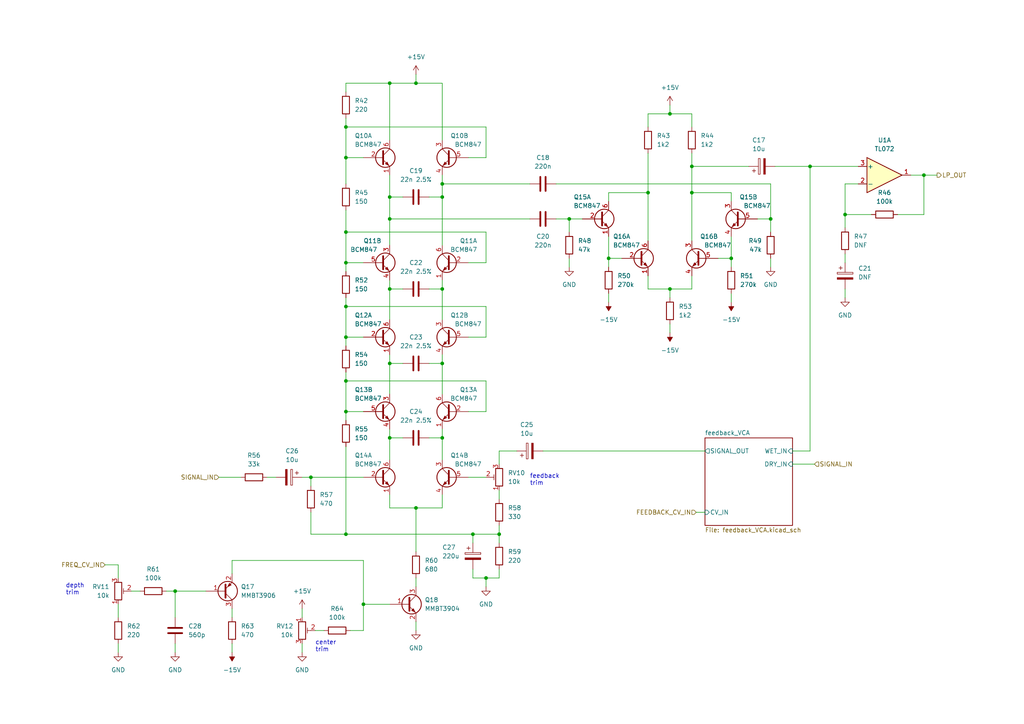
<source format=kicad_sch>
(kicad_sch (version 20211123) (generator eeschema)
  (paper "A4")
  (title_block (title "M.S.M. Stereo Lowpass Filter Pedal") (date "2022-06-16") (rev "0") (comment 2 "creativecommons.org/licenses/by/4.0") (comment 3 "License: CC by 4.0") (comment 4 "Author: Jordan Aceto"))
  (lib_symbols
    (symbol "Amplifier_Operational:TL072" (pin_names (offset 0.127))
      (property "Reference" "U" (at 0 5.08 0))
      (property "Value" "TL072" (at 0 -5.08 0))
      (symbol "TL072_1_1"
        (polyline (pts (xy -5.08 5.08) (xy 5.08 0) (xy -5.08 -5.08) (xy -5.08 5.08)) (stroke (width 0.254)) (fill (type background)))
        (pin output line (at 7.62 0 180) (length 2.54) (name "~") (number "1"))
        (pin input line (at -7.62 -2.54 0) (length 2.54) (name "-") (number "2"))
        (pin input line (at -7.62 2.54 0) (length 2.54) (name "+") (number "3"))
      )
      (symbol "TL072_2_1"
        (polyline (pts (xy -5.08 5.08) (xy 5.08 0) (xy -5.08 -5.08) (xy -5.08 5.08)) (stroke (width 0.254)) (fill (type background)))
        (pin input line (at -7.62 2.54 0) (length 2.54) (name "+") (number "5"))
        (pin input line (at -7.62 -2.54 0) (length 2.54) (name "-") (number "6"))
        (pin output line (at 7.62 0 180) (length 2.54) (name "~") (number "7"))
      )
      (symbol "TL072_3_1"
        (pin power_in line (at -2.54 -7.62 90) (length 3.81) (name "V-") (number "4"))
        (pin power_in line (at -2.54 7.62 270) (length 3.81) (name "V+") (number "8"))
      )
    )
    (symbol "Device:C" (pin_numbers hide) (pin_names (offset 0.254))
      (property "Reference" "C" (at 0.635 2.54 0))
      (property "Value" "C" (at 0.635 -2.54 0))
      (symbol "C_0_1"
        (polyline (pts (xy -2.032 -0.762) (xy 2.032 -0.762)) (stroke (width 0.508)))
        (polyline (pts (xy -2.032 0.762) (xy 2.032 0.762)) (stroke (width 0.508)))
      )
      (symbol "C_1_1"
        (pin passive line (at 0 3.81 270) (length 2.794) (name "~") (number "1"))
        (pin passive line (at 0 -3.81 90) (length 2.794) (name "~") (number "2"))
      )
    )
    (symbol "Device:C_Polarized" (pin_numbers hide) (pin_names (offset 0.254))
      (property "Reference" "C" (at 0.635 2.54 0))
      (property "Value" "C_Polarized" (at 0.635 -2.54 0))
      (symbol "C_Polarized_0_1"
        (rectangle (start -2.286 0.508) (end 2.286 1.016))
        (polyline (pts (xy -1.778 2.286) (xy -0.762 2.286)))
        (polyline (pts (xy -1.27 2.794) (xy -1.27 1.778)))
        (rectangle (start 2.286 -0.508) (end -2.286 -1.016) (fill (type outline)))
      )
      (symbol "C_Polarized_1_1"
        (pin passive line (at 0 3.81 270) (length 2.794) (name "~") (number "1"))
        (pin passive line (at 0 -3.81 90) (length 2.794) (name "~") (number "2"))
      )
    )
    (symbol "Device:R" (pin_numbers hide) (pin_names (offset 0))
      (property "Reference" "R" (at 2.032 0 90))
      (property "Value" "R" (at 0 0 90))
      (symbol "R_0_1"
        (rectangle (start -1.016 -2.54) (end 1.016 2.54) (stroke (width 0.254)))
      )
      (symbol "R_1_1"
        (pin passive line (at 0 3.81 270) (length 1.27) (name "~") (number "1"))
        (pin passive line (at 0 -3.81 90) (length 1.27) (name "~") (number "2"))
      )
    )
    (symbol "Device:R_Potentiometer_Trim" (pin_names (offset 1.016) hide)
      (property "Reference" "RV" (at -4.445 0 90))
      (property "Value" "R_Potentiometer_Trim" (at -2.54 0 90))
      (symbol "R_Potentiometer_Trim_0_1"
        (polyline (pts (xy 1.524 0.762) (xy 1.524 -0.762)))
        (polyline (pts (xy 2.54 0) (xy 1.524 0)))
        (rectangle (start 1.016 2.54) (end -1.016 -2.54) (stroke (width 0.254)))
      )
      (symbol "R_Potentiometer_Trim_1_1"
        (pin passive line (at 0 3.81 270) (length 1.27) (name "1") (number "1"))
        (pin passive line (at 3.81 0 180) (length 1.27) (name "2") (number "2"))
        (pin passive line (at 0 -3.81 90) (length 1.27) (name "3") (number "3"))
      )
    )
    (symbol "Transistor_BJT:MMBT3904" (pin_names (offset 0) hide)
      (property "Reference" "Q" (at 5.08 1.905 0))
      (property "Value" "MMBT3904" (at 5.08 0 0))
      (symbol "MMBT3904_0_1"
        (polyline (pts (xy 0.635 0.635) (xy 2.54 2.54)))
        (polyline (pts (xy 0.635 -0.635) (xy 2.54 -2.54) (xy 2.54 -2.54)))
        (polyline (pts (xy 0.635 1.905) (xy 0.635 -1.905) (xy 0.635 -1.905)) (stroke (width 0.508)))
        (polyline (pts (xy 1.27 -1.778) (xy 1.778 -1.27) (xy 2.286 -2.286) (xy 1.27 -1.778) (xy 1.27 -1.778)) (fill (type outline)))
        (circle (center 1.27 0) (radius 2.8194) (stroke (width 0.254)))
      )
      (symbol "MMBT3904_1_1"
        (pin input line (at -5.08 0 0) (length 5.715) (name "B") (number "1"))
        (pin passive line (at 2.54 -5.08 90) (length 2.54) (name "E") (number "2"))
        (pin passive line (at 2.54 5.08 270) (length 2.54) (name "C") (number "3"))
      )
    )
    (symbol "Transistor_BJT:MMBT3906" (pin_names (offset 0) hide)
      (property "Reference" "Q" (at 5.08 1.905 0))
      (property "Value" "MMBT3906" (at 5.08 0 0))
      (symbol "MMBT3906_0_1"
        (polyline (pts (xy 0.635 0.635) (xy 2.54 2.54)))
        (polyline (pts (xy 0.635 -0.635) (xy 2.54 -2.54) (xy 2.54 -2.54)))
        (polyline (pts (xy 0.635 1.905) (xy 0.635 -1.905) (xy 0.635 -1.905)) (stroke (width 0.508)))
        (polyline (pts (xy 2.286 -1.778) (xy 1.778 -2.286) (xy 1.27 -1.27) (xy 2.286 -1.778) (xy 2.286 -1.778)) (fill (type outline)))
        (circle (center 1.27 0) (radius 2.8194) (stroke (width 0.254)))
      )
      (symbol "MMBT3906_1_1"
        (pin input line (at -5.08 0 0) (length 5.715) (name "B") (number "1"))
        (pin passive line (at 2.54 -5.08 90) (length 2.54) (name "E") (number "2"))
        (pin passive line (at 2.54 5.08 270) (length 2.54) (name "C") (number "3"))
      )
    )
    (symbol "custom_symbols:BCM847DS135" (pin_names (offset 0) hide)
      (property "Reference" "Q?" (at 5.08 6.35 0))
      (property "Value" "BCM847DS135" (at 7.62 3.81 0))
      (symbol "BCM847DS135_0_1"
        (polyline (pts (xy 0.635 0.635) (xy 2.54 2.54)))
        (polyline (pts (xy 0.635 -0.635) (xy 2.54 -2.54) (xy 2.54 -2.54)))
        (polyline (pts (xy 0.635 1.905) (xy 0.635 -1.905) (xy 0.635 -1.905)) (stroke (width 0.508)))
        (polyline (pts (xy 1.27 -1.778) (xy 1.778 -1.27) (xy 2.286 -2.286) (xy 1.27 -1.778) (xy 1.27 -1.778)) (fill (type outline)))
        (circle (center 1.27 0) (radius 2.8194) (stroke (width 0.254)))
      )
      (symbol "BCM847DS135_1_1"
        (pin passive line (at 2.54 -5.08 90) (length 2.54) (name "E") (number "1"))
        (pin passive line (at -5.08 0 0) (length 5.715) (name "B") (number "2"))
        (pin passive line (at 2.54 5.08 270) (length 2.54) (name "C") (number "6"))
      )
      (symbol "BCM847DS135_2_1"
        (pin passive line (at 2.54 5.08 270) (length 2.54) (name "C") (number "3"))
        (pin passive line (at 2.54 -5.08 90) (length 2.54) (name "E") (number "4"))
        (pin passive line (at -5.08 0 0) (length 5.715) (name "B") (number "5"))
      )
    )
    (symbol "power:+15V" (power) (pin_names (offset 0))
      (property "Value" "+15V" (at 0 3.556 0))
      (symbol "+15V_0_1"
        (polyline (pts (xy -0.762 1.27) (xy 0 2.54)))
        (polyline (pts (xy 0 0) (xy 0 2.54)))
        (polyline (pts (xy 0 2.54) (xy 0.762 1.27)))
      )
      (symbol "+15V_1_1"
        (pin power_in line (at 0 0 90) (length 0) hide (name "+15V") (number "1"))
      )
    )
    (symbol "power:-15V" (power) (pin_names (offset 0))
      (property "Value" "-15V" (at 0 3.81 0))
      (symbol "-15V_0_0"
        (pin power_in line (at 0 0 90) (length 0) hide (name "-15V") (number "1"))
      )
      (symbol "-15V_0_1"
        (polyline (pts (xy 0 0) (xy 0 1.27) (xy 0.762 1.27) (xy 0 2.54) (xy -0.762 1.27) (xy 0 1.27)) (fill (type outline)))
      )
    )
    (symbol "power:GND" (power) (pin_names (offset 0))
      (property "Value" "GND" (at 0 -3.81 0))
      (symbol "GND_0_1"
        (polyline (pts (xy 0 0) (xy 0 -1.27) (xy 1.27 -1.27) (xy 0 -2.54) (xy -1.27 -1.27) (xy 0 -1.27)))
      )
      (symbol "GND_1_1"
        (pin power_in line (at 0 0 270) (length 0) hide (name "GND") (number "1"))
      )
    )
  )
  (junction (at 176.53 74.93))
  (junction (at 137.16 154.94))
  (junction (at 128.27 127))
  (junction (at 212.09 74.93))
  (junction (at 234.95 48.26))
  (junction (at 200.66 48.26))
  (junction (at 200.66 55.88))
  (junction (at 120.65 24.13))
  (junction (at 223.52 63.5))
  (junction (at 100.33 119.38))
  (junction (at 113.03 127))
  (junction (at 144.78 154.94))
  (junction (at 194.31 33.02))
  (junction (at 140.97 167.64))
  (junction (at 128.27 53.34))
  (junction (at 113.03 57.15))
  (junction (at 113.03 105.41))
  (junction (at 113.03 83.82))
  (junction (at 128.27 57.15))
  (junction (at 90.17 138.43))
  (junction (at 267.97 50.8))
  (junction (at 120.65 147.32))
  (junction (at 105.41 175.26))
  (junction (at 100.33 88.9))
  (junction (at 100.33 67.31))
  (junction (at 128.27 83.82))
  (junction (at 165.1 63.5))
  (junction (at 100.33 110.49))
  (junction (at 100.33 45.72))
  (junction (at 50.8 171.45))
  (junction (at 194.31 83.82))
  (junction (at 187.96 55.88))
  (junction (at 113.03 24.13))
  (junction (at 100.33 36.83))
  (junction (at 100.33 97.79))
  (junction (at 245.11 62.23))
  (junction (at 100.33 154.94))
  (junction (at 128.27 105.41))
  (junction (at 113.03 63.5))
  (junction (at 100.33 76.2))
  (wire (pts (xy 50.8 171.45) (xy 59.69 171.45)))
  (wire (pts (xy 200.66 33.02) (xy 194.31 33.02)))
  (wire (pts (xy 128.27 81.28) (xy 128.27 83.82)))
  (wire (pts (xy 128.27 50.8) (xy 128.27 53.34)))
  (wire (pts (xy 90.17 138.43) (xy 105.41 138.43)))
  (wire (pts (xy 113.03 127) (xy 113.03 133.35)))
  (wire (pts (xy 264.16 50.8) (xy 267.97 50.8)))
  (wire (pts (xy 120.65 147.32) (xy 120.65 160.02)))
  (wire (pts (xy 50.8 179.07) (xy 50.8 171.45)))
  (wire (pts (xy 200.66 80.01) (xy 200.66 83.82)))
  (wire (pts (xy 144.78 165.1) (xy 144.78 167.64)))
  (wire (pts (xy 128.27 83.82) (xy 128.27 92.71)))
  (wire (pts (xy 100.33 100.33) (xy 100.33 97.79)))
  (wire (pts (xy 128.27 53.34) (xy 128.27 57.15)))
  (wire (pts (xy 124.46 83.82) (xy 128.27 83.82)))
  (wire (pts (xy 128.27 24.13) (xy 128.27 40.64)))
  (wire (pts (xy 194.31 83.82) (xy 200.66 83.82)))
  (wire (pts (xy 176.53 55.88) (xy 176.53 58.42)))
  (wire (pts (xy 100.33 67.31) (xy 140.97 67.31)))
  (wire (pts (xy 208.28 74.93) (xy 212.09 74.93)))
  (wire (pts (xy 113.03 57.15) (xy 113.03 63.5)))
  (wire (pts (xy 234.95 48.26) (xy 248.92 48.26)))
  (wire (pts (xy 113.03 63.5) (xy 113.03 71.12)))
  (wire (pts (xy 260.35 62.23) (xy 267.97 62.23)))
  (wire (pts (xy 165.1 63.5) (xy 168.91 63.5)))
  (wire (pts (xy 100.33 76.2) (xy 100.33 67.31)))
  (wire (pts (xy 100.33 129.54) (xy 100.33 154.94)))
  (wire (pts (xy 100.33 88.9) (xy 140.97 88.9)))
  (wire (pts (xy 124.46 57.15) (xy 128.27 57.15)))
  (wire (pts (xy 90.17 138.43) (xy 90.17 140.97)))
  (wire (pts (xy 137.16 154.94) (xy 144.78 154.94)))
  (wire (pts (xy 187.96 80.01) (xy 187.96 83.82)))
  (wire (pts (xy 105.41 162.56) (xy 67.31 162.56)))
  (wire (pts (xy 113.03 83.82) (xy 116.84 83.82)))
  (wire (pts (xy 90.17 148.59) (xy 90.17 154.94)))
  (wire (pts (xy 224.79 48.26) (xy 234.95 48.26)))
  (wire (pts (xy 252.73 62.23) (xy 245.11 62.23)))
  (wire (pts (xy 100.33 119.38) (xy 100.33 121.92)))
  (wire (pts (xy 100.33 110.49) (xy 140.97 110.49)))
  (wire (pts (xy 100.33 24.13) (xy 100.33 26.67)))
  (wire (pts (xy 194.31 93.98) (xy 194.31 96.52)))
  (wire (pts (xy 113.03 63.5) (xy 153.67 63.5)))
  (wire (pts (xy 140.97 45.72) (xy 135.89 45.72)))
  (wire (pts (xy 217.17 48.26) (xy 200.66 48.26)))
  (wire (pts (xy 137.16 154.94) (xy 137.16 157.48)))
  (wire (pts (xy 100.33 24.13) (xy 113.03 24.13)))
  (wire (pts (xy 100.33 97.79) (xy 100.33 88.9)))
  (wire (pts (xy 113.03 127) (xy 116.84 127)))
  (wire (pts (xy 113.03 83.82) (xy 113.03 92.71)))
  (wire (pts (xy 100.33 45.72) (xy 105.41 45.72)))
  (wire (pts (xy 135.89 138.43) (xy 140.97 138.43)))
  (wire (pts (xy 101.6 182.88) (xy 105.41 182.88)))
  (wire (pts (xy 87.63 186.69) (xy 87.63 189.23)))
  (wire (pts (xy 128.27 105.41) (xy 128.27 114.3)))
  (wire (pts (xy 245.11 53.34) (xy 248.92 53.34)))
  (wire (pts (xy 245.11 53.34) (xy 245.11 62.23)))
  (wire (pts (xy 30.48 163.83) (xy 34.29 163.83)))
  (wire (pts (xy 128.27 127) (xy 128.27 133.35)))
  (wire (pts (xy 144.78 142.24) (xy 144.78 144.78)))
  (wire (pts (xy 187.96 33.02) (xy 187.96 36.83)))
  (wire (pts (xy 161.29 63.5) (xy 165.1 63.5)))
  (wire (pts (xy 128.27 53.34) (xy 153.67 53.34)))
  (wire (pts (xy 50.8 186.69) (xy 50.8 189.23)))
  (wire (pts (xy 100.33 45.72) (xy 100.33 36.83)))
  (wire (pts (xy 38.1 171.45) (xy 40.64 171.45)))
  (wire (pts (xy 113.03 50.8) (xy 113.03 57.15)))
  (wire (pts (xy 194.31 30.48) (xy 194.31 33.02)))
  (wire (pts (xy 113.03 147.32) (xy 120.65 147.32)))
  (wire (pts (xy 105.41 175.26) (xy 105.41 162.56)))
  (wire (pts (xy 137.16 167.64) (xy 140.97 167.64)))
  (wire (pts (xy 100.33 36.83) (xy 140.97 36.83)))
  (wire (pts (xy 100.33 107.95) (xy 100.33 110.49)))
  (wire (pts (xy 120.65 167.64) (xy 120.65 170.18)))
  (wire (pts (xy 187.96 83.82) (xy 194.31 83.82)))
  (wire (pts (xy 34.29 186.69) (xy 34.29 189.23)))
  (wire (pts (xy 113.03 57.15) (xy 116.84 57.15)))
  (wire (pts (xy 200.66 55.88) (xy 212.09 55.88)))
  (wire (pts (xy 113.03 24.13) (xy 120.65 24.13)))
  (wire (pts (xy 200.66 44.45) (xy 200.66 48.26)))
  (wire (pts (xy 140.97 167.64) (xy 140.97 170.18)))
  (wire (pts (xy 100.33 76.2) (xy 105.41 76.2)))
  (wire (pts (xy 223.52 74.93) (xy 223.52 77.47)))
  (wire (pts (xy 100.33 119.38) (xy 105.41 119.38)))
  (wire (pts (xy 128.27 57.15) (xy 128.27 71.12)))
  (wire (pts (xy 165.1 74.93) (xy 165.1 77.47)))
  (wire (pts (xy 120.65 21.59) (xy 120.65 24.13)))
  (wire (pts (xy 113.03 175.26) (xy 105.41 175.26)))
  (wire (pts (xy 200.66 48.26) (xy 200.66 55.88)))
  (wire (pts (xy 124.46 127) (xy 128.27 127)))
  (wire (pts (xy 144.78 130.81) (xy 144.78 134.62)))
  (wire (pts (xy 187.96 44.45) (xy 187.96 55.88)))
  (wire (pts (xy 100.33 154.94) (xy 137.16 154.94)))
  (wire (pts (xy 113.03 143.51) (xy 113.03 147.32)))
  (wire (pts (xy 176.53 74.93) (xy 176.53 68.58)))
  (wire (pts (xy 229.87 134.62) (xy 236.22 134.62)))
  (wire (pts (xy 140.97 36.83) (xy 140.97 45.72)))
  (wire (pts (xy 201.93 148.59) (xy 204.47 148.59)))
  (wire (pts (xy 87.63 176.53) (xy 87.63 179.07)))
  (wire (pts (xy 100.33 60.96) (xy 100.33 67.31)))
  (wire (pts (xy 194.31 83.82) (xy 194.31 86.36)))
  (wire (pts (xy 105.41 182.88) (xy 105.41 175.26)))
  (wire (pts (xy 100.33 86.36) (xy 100.33 88.9)))
  (wire (pts (xy 77.47 138.43) (xy 80.01 138.43)))
  (wire (pts (xy 140.97 119.38) (xy 135.89 119.38)))
  (wire (pts (xy 140.97 97.79) (xy 135.89 97.79)))
  (wire (pts (xy 245.11 83.82) (xy 245.11 86.36)))
  (wire (pts (xy 91.44 182.88) (xy 93.98 182.88)))
  (wire (pts (xy 100.33 45.72) (xy 100.33 53.34)))
  (wire (pts (xy 267.97 62.23) (xy 267.97 50.8)))
  (wire (pts (xy 223.52 67.31) (xy 223.52 63.5)))
  (wire (pts (xy 67.31 186.69) (xy 67.31 189.23)))
  (wire (pts (xy 223.52 53.34) (xy 223.52 63.5)))
  (wire (pts (xy 90.17 154.94) (xy 100.33 154.94)))
  (wire (pts (xy 140.97 110.49) (xy 140.97 119.38)))
  (wire (pts (xy 128.27 124.46) (xy 128.27 127)))
  (wire (pts (xy 223.52 63.5) (xy 219.71 63.5)))
  (wire (pts (xy 100.33 119.38) (xy 100.33 110.49)))
  (wire (pts (xy 140.97 67.31) (xy 140.97 76.2)))
  (wire (pts (xy 229.87 130.81) (xy 234.95 130.81)))
  (wire (pts (xy 100.33 78.74) (xy 100.33 76.2)))
  (wire (pts (xy 245.11 62.23) (xy 245.11 66.04)))
  (wire (pts (xy 212.09 68.58) (xy 212.09 74.93)))
  (wire (pts (xy 113.03 105.41) (xy 116.84 105.41)))
  (wire (pts (xy 200.66 36.83) (xy 200.66 33.02)))
  (wire (pts (xy 100.33 34.29) (xy 100.33 36.83)))
  (wire (pts (xy 67.31 176.53) (xy 67.31 179.07)))
  (wire (pts (xy 140.97 167.64) (xy 144.78 167.64)))
  (wire (pts (xy 187.96 69.85) (xy 187.96 55.88)))
  (wire (pts (xy 149.86 130.81) (xy 144.78 130.81)))
  (wire (pts (xy 140.97 76.2) (xy 135.89 76.2)))
  (wire (pts (xy 245.11 73.66) (xy 245.11 76.2)))
  (wire (pts (xy 212.09 74.93) (xy 212.09 77.47)))
  (wire (pts (xy 200.66 69.85) (xy 200.66 55.88)))
  (wire (pts (xy 176.53 85.09) (xy 176.53 87.63)))
  (wire (pts (xy 87.63 138.43) (xy 90.17 138.43)))
  (wire (pts (xy 187.96 55.88) (xy 176.53 55.88)))
  (wire (pts (xy 128.27 143.51) (xy 128.27 147.32)))
  (wire (pts (xy 124.46 105.41) (xy 128.27 105.41)))
  (wire (pts (xy 165.1 67.31) (xy 165.1 63.5)))
  (wire (pts (xy 113.03 81.28) (xy 113.03 83.82)))
  (wire (pts (xy 63.5 138.43) (xy 69.85 138.43)))
  (wire (pts (xy 48.26 171.45) (xy 50.8 171.45)))
  (wire (pts (xy 67.31 162.56) (xy 67.31 166.37)))
  (wire (pts (xy 128.27 102.87) (xy 128.27 105.41)))
  (wire (pts (xy 267.97 50.8) (xy 271.78 50.8)))
  (wire (pts (xy 140.97 88.9) (xy 140.97 97.79)))
  (wire (pts (xy 144.78 154.94) (xy 144.78 152.4)))
  (wire (pts (xy 113.03 102.87) (xy 113.03 105.41)))
  (wire (pts (xy 120.65 24.13) (xy 128.27 24.13)))
  (wire (pts (xy 113.03 124.46) (xy 113.03 127)))
  (wire (pts (xy 157.48 130.81) (xy 204.47 130.81)))
  (wire (pts (xy 120.65 147.32) (xy 128.27 147.32)))
  (wire (pts (xy 137.16 165.1) (xy 137.16 167.64)))
  (wire (pts (xy 212.09 85.09) (xy 212.09 87.63)))
  (wire (pts (xy 176.53 74.93) (xy 176.53 77.47)))
  (wire (pts (xy 34.29 163.83) (xy 34.29 167.64)))
  (wire (pts (xy 212.09 55.88) (xy 212.09 58.42)))
  (wire (pts (xy 113.03 24.13) (xy 113.03 40.64)))
  (wire (pts (xy 161.29 53.34) (xy 223.52 53.34)))
  (wire (pts (xy 100.33 97.79) (xy 105.41 97.79)))
  (wire (pts (xy 144.78 154.94) (xy 144.78 157.48)))
  (wire (pts (xy 180.34 74.93) (xy 176.53 74.93)))
  (wire (pts (xy 120.65 180.34) (xy 120.65 182.88)))
  (wire (pts (xy 34.29 175.26) (xy 34.29 179.07)))
  (wire (pts (xy 113.03 105.41) (xy 113.03 114.3)))
  (wire (pts (xy 194.31 33.02) (xy 187.96 33.02)))
  (wire (pts (xy 234.95 130.81) (xy 234.95 48.26)))
  (text "feedback\ntrim" (at 153.67 140.97 0) (effects (font (size 1.27 1.27)) (justify left bottom)))
  (text "center\ntrim" (at 91.44 189.23 0) (effects (font (size 1.27 1.27)) (justify left bottom)))
  (text "depth\ntrim" (at 19.05 172.72 0) (effects (font (size 1.27 1.27)) (justify left bottom)))
  (hierarchical_label "FREQ_CV_IN" (shape input) (at 30.48 163.83 180))
  (hierarchical_label "SIGNAL_IN" (shape input) (at 63.5 138.43 180))
  (hierarchical_label "SIGNAL_IN" (shape input) (at 236.22 134.62 0))
  (hierarchical_label "FEEDBACK_CV_IN" (shape input) (at 201.93 148.59 180))
  (hierarchical_label "LP_OUT" (shape output) (at 271.78 50.8 0))
  (symbol (lib_id "Device:R") (at 120.65 163.83 0) (unit 1)
    (property "Reference" "R60" (at 123.19 162.5599 0) (effects (justify left)))
    (property "Value" "680" (at 123.19 165.0999 0) (effects (justify left)))
    (property "Footprint" "Resistor_SMD:R_0805_2012Metric" (effects hide))
  )
  (symbol (lib_id "Device:R") (at 144.78 148.59 0) (unit 1)
    (property "Reference" "R58" (at 147.32 147.3199 0) (effects (justify left)))
    (property "Value" "330" (at 147.32 149.86 0) (effects (justify left)))
    (property "Footprint" "Resistor_SMD:R_0805_2012Metric" (effects hide))
  )
  (symbol (lib_id "custom_symbols:BCM847DS135") (at 110.49 138.43 0) (unit 1)
    (property "Reference" "Q14" (at 102.87 132.08 0) (effects (justify left)))
    (property "Value" "BCM847" (at 102.87 134.62 0) (effects (justify left)))
    (property "Footprint" "custom_footprints:SOT457" (effects hide))
  )
  (symbol (lib_id "custom_symbols:BCM847DS135") (at 110.49 119.38 0) (unit 2)
    (property "Reference" "Q13" (at 102.87 113.03 0) (effects (justify left)))
    (property "Value" "BCM847" (at 102.87 115.57 0) (effects (justify left)))
    (property "Footprint" "custom_footprints:SOT457" (effects hide))
  )
  (symbol (lib_id "Device:R") (at 100.33 30.48 0) (mirror y) (unit 1)
    (property "Reference" "R42" (at 102.87 29.2099 0) (effects (justify right)))
    (property "Value" "220" (at 102.87 31.7499 0) (effects (justify right)))
    (property "Footprint" "Resistor_SMD:R_0805_2012Metric" (effects hide))
  )
  (symbol (lib_id "Device:R") (at 223.52 71.12 0) (mirror y) (unit 1)
    (property "Reference" "R49" (at 220.98 69.8499 0) (effects (justify left)))
    (property "Value" "47k" (at 220.98 72.3899 0) (effects (justify left)))
    (property "Footprint" "Resistor_SMD:R_0805_2012Metric" (effects hide))
  )
  (symbol (lib_id "Device:C") (at 157.48 53.34 90) (unit 1)
    (property "Reference" "C18" (at 157.48 45.72 90))
    (property "Value" "220n" (at 157.48 48.26 90))
    (property "Footprint" "Capacitor_THT:C_Rect_L7.0mm_W3.5mm_P5.00mm" (effects hide))
  )
  (symbol (lib_id "Device:C") (at 120.65 105.41 90) (unit 1)
    (property "Reference" "C23" (at 120.65 97.79 90))
    (property "Value" "22n 2.5%" (at 120.65 100.33 90))
    (property "Footprint" "Capacitor_THT:C_Rect_L7.2mm_W7.2mm_P5.00mm_FKS2_FKP2_MKS2_MKP2" (effects hide))
  )
  (symbol (lib_id "power:-15V") (at 176.53 87.63 180) (unit 1)
    (property "Reference" "#PWR0121" (effects hide))
    (property "Value" "-15V" (at 176.53 92.71 0))
  )
  (symbol (lib_id "custom_symbols:BCM847DS135") (at 110.49 76.2 0) (unit 2)
    (property "Reference" "Q11" (at 105.41 69.85 0) (effects (justify left)))
    (property "Value" "BCM847" (at 101.6 72.39 0) (effects (justify left)))
    (property "Footprint" "custom_footprints:SOT457" (effects hide))
  )
  (symbol (lib_id "Device:R") (at 67.31 182.88 0) (unit 1)
    (property "Reference" "R63" (at 69.85 181.6099 0) (effects (justify left)))
    (property "Value" "470" (at 69.85 184.1499 0) (effects (justify left)))
    (property "Footprint" "Resistor_SMD:R_0805_2012Metric" (effects hide))
  )
  (symbol (lib_id "power:GND") (at 50.8 189.23 0) (unit 1)
    (property "Reference" "#PWR0134" (effects hide))
    (property "Value" "GND" (at 50.8 194.31 0))
  )
  (symbol (lib_id "Device:C_Polarized") (at 153.67 130.81 90) (unit 1)
    (property "Reference" "C25" (at 152.781 123.19 90))
    (property "Value" "10u" (at 152.781 125.73 90))
    (property "Footprint" "Capacitor_THT:CP_Radial_D6.3mm_P2.50mm" (effects hide))
  )
  (symbol (lib_id "power:GND") (at 34.29 189.23 0) (unit 1)
    (property "Reference" "#PWR0133" (effects hide))
    (property "Value" "GND" (at 34.29 194.31 0))
  )
  (symbol (lib_id "Device:R") (at 73.66 138.43 90) (unit 1)
    (property "Reference" "R56" (at 73.66 132.08 90))
    (property "Value" "33k" (at 73.66 134.62 90))
    (property "Footprint" "Resistor_SMD:R_0805_2012Metric" (effects hide))
  )
  (symbol (lib_id "Device:R") (at 100.33 57.15 0) (mirror y) (unit 1)
    (property "Reference" "R45" (at 102.87 55.8799 0) (effects (justify right)))
    (property "Value" "150" (at 102.87 58.4199 0) (effects (justify right)))
    (property "Footprint" "Resistor_SMD:R_0805_2012Metric" (effects hide))
  )
  (symbol (lib_id "Device:R") (at 256.54 62.23 90) (unit 1)
    (property "Reference" "R46" (at 256.54 55.88 90))
    (property "Value" "100k" (at 256.54 58.42 90))
    (property "Footprint" "Resistor_SMD:R_0805_2012Metric" (effects hide))
  )
  (symbol (lib_id "Device:C_Polarized") (at 137.16 161.29 0) (unit 1)
    (property "Reference" "C27" (at 128.27 158.75 0) (effects (justify left)))
    (property "Value" "220u" (at 128.27 161.29 0) (effects (justify left)))
    (property "Footprint" "Capacitor_THT:CP_Radial_D6.3mm_P2.50mm" (effects hide))
  )
  (symbol (lib_id "Device:C") (at 50.8 182.88 0) (unit 1)
    (property "Reference" "C28" (at 54.61 181.6099 0) (effects (justify left)))
    (property "Value" "560p" (at 54.61 184.1499 0) (effects (justify left)))
    (property "Footprint" "Capacitor_SMD:C_0805_2012Metric" (effects hide))
  )
  (symbol (lib_id "custom_symbols:BCM847DS135") (at 130.81 138.43 0) (mirror y) (unit 2)
    (property "Reference" "Q14" (at 135.89 132.08 0) (effects (justify left)))
    (property "Value" "BCM847" (at 139.7 134.62 0) (effects (justify left)))
    (property "Footprint" "custom_footprints:SOT457" (effects hide))
  )
  (symbol (lib_id "power:GND") (at 87.63 189.23 0) (unit 1)
    (property "Reference" "#PWR0130" (effects hide))
    (property "Value" "GND" (at 87.63 194.31 0))
  )
  (symbol (lib_id "Amplifier_Operational:TL072") (at 256.54 50.8 0) (unit 1)
    (property "Reference" "U1" (at 256.54 40.64 0))
    (property "Value" "TL072" (at 256.54 43.18 0))
    (property "Footprint" "Package_SO:SOIC-8_3.9x4.9mm_P1.27mm" (effects hide))
    (property "Datasheet" "http://www.ti.com/lit/ds/symlink/tl071.pdf" (effects hide))
  )
  (symbol (lib_id "custom_symbols:BCM847DS135") (at 130.81 45.72 0) (mirror y) (unit 2)
    (property "Reference" "Q10" (at 135.89 39.37 0) (effects (justify left)))
    (property "Value" "BCM847" (at 139.7 41.91 0) (effects (justify left)))
    (property "Footprint" "custom_footprints:SOT457" (effects hide))
  )
  (symbol (lib_id "Device:R") (at 245.11 69.85 0) (unit 1)
    (property "Reference" "R47" (at 247.65 68.5799 0) (effects (justify left)))
    (property "Value" "DNF" (at 247.65 71.1199 0) (effects (justify left)))
    (property "Footprint" "Resistor_SMD:R_0805_2012Metric" (effects hide))
  )
  (symbol (lib_id "power:+15V") (at 120.65 21.59 0) (unit 1)
    (property "Reference" "#PWR0125" (effects hide))
    (property "Value" "+15V" (at 120.65 16.51 0))
  )
  (symbol (lib_id "custom_symbols:BCM847DS135") (at 130.81 119.38 0) (mirror y) (unit 1)
    (property "Reference" "Q13" (at 138.43 113.03 0) (effects (justify left)))
    (property "Value" "BCM847" (at 138.43 115.57 0) (effects (justify left)))
    (property "Footprint" "custom_footprints:SOT457" (effects hide))
  )
  (symbol (lib_id "Device:C_Polarized") (at 220.98 48.26 90) (unit 1)
    (property "Reference" "C17" (at 220.091 40.64 90))
    (property "Value" "10u" (at 220.091 43.18 90))
    (property "Footprint" "Capacitor_THT:CP_Radial_D6.3mm_P2.50mm" (effects hide))
  )
  (symbol (lib_id "Device:R") (at 100.33 82.55 0) (mirror y) (unit 1)
    (property "Reference" "R52" (at 102.87 81.2799 0) (effects (justify right)))
    (property "Value" "150" (at 102.87 83.8199 0) (effects (justify right)))
    (property "Footprint" "Resistor_SMD:R_0805_2012Metric" (effects hide))
  )
  (symbol (lib_id "Device:C_Polarized") (at 83.82 138.43 270) (unit 1)
    (property "Reference" "C26" (at 84.709 130.81 90))
    (property "Value" "10u" (at 84.709 133.35 90))
    (property "Footprint" "Capacitor_THT:CP_Radial_D6.3mm_P2.50mm" (effects hide))
  )
  (symbol (lib_id "Device:R") (at 212.09 81.28 0) (unit 1)
    (property "Reference" "R51" (at 214.63 80.0099 0) (effects (justify left)))
    (property "Value" "270k" (at 214.63 82.5499 0) (effects (justify left)))
    (property "Footprint" "Resistor_SMD:R_0805_2012Metric" (effects hide))
  )
  (symbol (lib_id "custom_symbols:BCM847DS135") (at 130.81 76.2 0) (mirror y) (unit 1)
    (property "Reference" "Q11" (at 138.43 69.85 0) (effects (justify left)))
    (property "Value" "BCM847" (at 138.43 72.39 0) (effects (justify left)))
    (property "Footprint" "custom_footprints:SOT457" (effects hide))
  )
  (symbol (lib_id "Device:R") (at 176.53 81.28 0) (unit 1)
    (property "Reference" "R50" (at 179.07 80.0099 0) (effects (justify left)))
    (property "Value" "270k" (at 179.07 82.5499 0) (effects (justify left)))
    (property "Footprint" "Resistor_SMD:R_0805_2012Metric" (effects hide))
  )
  (symbol (lib_id "Device:C") (at 120.65 83.82 90) (unit 1)
    (property "Reference" "C22" (at 120.65 76.2 90))
    (property "Value" "22n 2.5%" (at 120.65 78.74 90))
    (property "Footprint" "Capacitor_THT:C_Rect_L7.2mm_W7.2mm_P5.00mm_FKS2_FKP2_MKS2_MKP2" (effects hide))
  )
  (symbol (lib_id "Device:R") (at 100.33 125.73 0) (mirror y) (unit 1)
    (property "Reference" "R55" (at 102.87 124.4599 0) (effects (justify right)))
    (property "Value" "150" (at 102.87 126.9999 0) (effects (justify right)))
    (property "Footprint" "Resistor_SMD:R_0805_2012Metric" (effects hide))
  )
  (symbol (lib_id "Transistor_BJT:MMBT3904") (at 118.11 175.26 0) (unit 1)
    (property "Reference" "Q18" (at 123.19 173.9899 0) (effects (justify left)))
    (property "Value" "MMBT3904" (at 123.19 176.5299 0) (effects (justify left)))
    (property "Footprint" "Package_TO_SOT_SMD:SOT-23" (effects hide))
    (property "Datasheet" "https://www.onsemi.com/pub/Collateral/2N3903-D.PDF" (effects hide))
  )
  (symbol (lib_id "Device:R") (at 97.79 182.88 90) (unit 1)
    (property "Reference" "R64" (at 97.79 176.53 90))
    (property "Value" "100k" (at 97.79 179.07 90))
    (property "Footprint" "Resistor_SMD:R_0805_2012Metric" (effects hide))
  )
  (symbol (lib_id "power:-15V") (at 212.09 87.63 180) (unit 1)
    (property "Reference" "#PWR0123" (effects hide))
    (property "Value" "-15V" (at 212.09 92.71 0))
  )
  (symbol (lib_id "Device:R") (at 194.31 90.17 0) (unit 1)
    (property "Reference" "R53" (at 196.85 88.8999 0) (effects (justify left)))
    (property "Value" "1k2" (at 196.85 91.4399 0) (effects (justify left)))
    (property "Footprint" "Resistor_SMD:R_0805_2012Metric" (effects hide))
  )
  (symbol (lib_id "Device:C") (at 120.65 57.15 90) (unit 1)
    (property "Reference" "C19" (at 120.65 49.53 90))
    (property "Value" "22n 2.5%" (at 120.65 52.07 90))
    (property "Footprint" "Capacitor_THT:C_Rect_L7.2mm_W7.2mm_P5.00mm_FKS2_FKP2_MKS2_MKP2" (effects hide))
  )
  (symbol (lib_id "power:GND") (at 223.52 77.47 0) (mirror y) (unit 1)
    (property "Reference" "#PWR0120" (effects hide))
    (property "Value" "GND" (at 223.52 82.55 0))
  )
  (symbol (lib_id "Device:R") (at 34.29 182.88 0) (unit 1)
    (property "Reference" "R62" (at 36.83 181.6099 0) (effects (justify left)))
    (property "Value" "220" (at 36.83 184.1499 0) (effects (justify left)))
    (property "Footprint" "Resistor_SMD:R_0805_2012Metric" (effects hide))
  )
  (symbol (lib_id "power:-15V") (at 67.31 189.23 180) (unit 1)
    (property "Reference" "#PWR0131" (effects hide))
    (property "Value" "-15V" (at 67.31 194.31 0))
  )
  (symbol (lib_id "Device:R") (at 187.96 40.64 0) (unit 1)
    (property "Reference" "R43" (at 190.5 39.3699 0) (effects (justify left)))
    (property "Value" "1k2" (at 190.5 41.9099 0) (effects (justify left)))
    (property "Footprint" "Resistor_SMD:R_0805_2012Metric" (effects hide))
  )
  (symbol (lib_id "power:+15V") (at 194.31 30.48 0) (unit 1)
    (property "Reference" "#PWR0126" (effects hide))
    (property "Value" "+15V" (at 194.31 25.4 0))
  )
  (symbol (lib_id "power:GND") (at 120.65 182.88 0) (unit 1)
    (property "Reference" "#PWR0127" (effects hide))
    (property "Value" "GND" (at 120.65 187.96 0))
  )
  (symbol (lib_id "Device:R_Potentiometer_Trim") (at 144.78 138.43 180) (unit 1)
    (property "Reference" "RV10" (at 147.32 137.1599 0) (effects (justify right)))
    (property "Value" "10k" (at 147.32 139.6999 0) (effects (justify right)))
    (property "Footprint" "Potentiometer_THT:Potentiometer_Bourns_3296W_Vertical" (effects hide))
  )
  (symbol (lib_id "Device:R") (at 100.33 104.14 0) (mirror y) (unit 1)
    (property "Reference" "R54" (at 102.87 102.8699 0) (effects (justify right)))
    (property "Value" "150" (at 102.87 105.4099 0) (effects (justify right)))
    (property "Footprint" "Resistor_SMD:R_0805_2012Metric" (effects hide))
  )
  (symbol (lib_id "custom_symbols:BCM847DS135") (at 214.63 63.5 0) (mirror y) (unit 2)
    (property "Reference" "Q15" (at 219.71 57.15 0) (effects (justify left)))
    (property "Value" "BCM847" (at 223.52 59.69 0) (effects (justify left)))
    (property "Footprint" "custom_footprints:SOT457" (effects hide))
  )
  (symbol (lib_id "Device:R_Potentiometer_Trim") (at 34.29 171.45 0) (mirror x) (unit 1)
    (property "Reference" "RV11" (at 31.75 170.1799 0) (effects (justify right)))
    (property "Value" "10k" (at 31.75 172.7199 0) (effects (justify right)))
    (property "Footprint" "Potentiometer_THT:Potentiometer_Bourns_3296W_Vertical" (effects hide))
  )
  (symbol (lib_id "custom_symbols:BCM847DS135") (at 203.2 74.93 0) (mirror y) (unit 2)
    (property "Reference" "Q16" (at 208.28 68.58 0) (effects (justify left)))
    (property "Value" "BCM847" (at 212.09 71.12 0) (effects (justify left)))
    (property "Footprint" "custom_footprints:SOT457" (effects hide))
  )
  (symbol (lib_id "custom_symbols:BCM847DS135") (at 185.42 74.93 0) (unit 1)
    (property "Reference" "Q16" (at 177.8 68.58 0) (effects (justify left)))
    (property "Value" "BCM847" (at 177.8 71.12 0) (effects (justify left)))
    (property "Footprint" "custom_footprints:SOT457" (effects hide))
  )
  (symbol (lib_id "power:+15V") (at 87.63 176.53 0) (unit 1)
    (property "Reference" "#PWR016" (effects hide))
    (property "Value" "+15V" (at 87.63 171.45 0))
  )
  (symbol (lib_id "power:GND") (at 140.97 170.18 0) (unit 1)
    (property "Reference" "#PWR0128" (effects hide))
    (property "Value" "GND" (at 140.97 175.26 0))
  )
  (symbol (lib_id "Device:R_Potentiometer_Trim") (at 87.63 182.88 0) (unit 1)
    (property "Reference" "RV12" (at 85.09 181.6099 0) (effects (justify right)))
    (property "Value" "10k" (at 85.09 184.1499 0) (effects (justify right)))
    (property "Footprint" "Potentiometer_THT:Potentiometer_Bourns_3296W_Vertical" (effects hide))
  )
  (symbol (lib_id "Device:R") (at 144.78 161.29 0) (unit 1)
    (property "Reference" "R59" (at 147.32 160.0199 0) (effects (justify left)))
    (property "Value" "220" (at 147.32 162.5599 0) (effects (justify left)))
    (property "Footprint" "Resistor_SMD:R_0805_2012Metric" (effects hide))
  )
  (symbol (lib_id "custom_symbols:BCM847DS135") (at 110.49 97.79 0) (unit 1)
    (property "Reference" "Q12" (at 102.87 91.44 0) (effects (justify left)))
    (property "Value" "BCM847" (at 102.87 93.98 0) (effects (justify left)))
    (property "Footprint" "custom_footprints:SOT457" (effects hide))
  )
  (symbol (lib_id "power:-15V") (at 194.31 96.52 180) (unit 1)
    (property "Reference" "#PWR0124" (effects hide))
    (property "Value" "-15V" (at 194.31 101.6 0))
  )
  (symbol (lib_id "power:GND") (at 245.11 86.36 0) (unit 1)
    (property "Reference" "#PWR017" (effects hide))
    (property "Value" "GND" (at 245.11 91.44 0))
  )
  (symbol (lib_id "Device:R") (at 200.66 40.64 0) (unit 1)
    (property "Reference" "R44" (at 203.2 39.3699 0) (effects (justify left)))
    (property "Value" "1k2" (at 203.2 41.9099 0) (effects (justify left)))
    (property "Footprint" "Resistor_SMD:R_0805_2012Metric" (effects hide))
  )
  (symbol (lib_id "Transistor_BJT:MMBT3906") (at 64.77 171.45 0) (mirror x) (unit 1)
    (property "Reference" "Q17" (at 69.85 170.1799 0) (effects (justify left)))
    (property "Value" "MMBT3906" (at 69.85 172.7199 0) (effects (justify left)))
    (property "Footprint" "Package_TO_SOT_SMD:SOT-23" (effects hide))
    (property "Datasheet" "https://www.onsemi.com/pub/Collateral/2N3906-D.PDF" (effects hide))
  )
  (symbol (lib_id "power:GND") (at 165.1 77.47 0) (unit 1)
    (property "Reference" "#PWR0122" (effects hide))
    (property "Value" "GND" (at 165.1 82.55 0))
  )
  (symbol (lib_id "Device:C") (at 120.65 127 90) (unit 1)
    (property "Reference" "C24" (at 120.65 119.38 90))
    (property "Value" "22n 2.5%" (at 120.65 121.92 90))
    (property "Footprint" "Capacitor_THT:C_Rect_L7.2mm_W7.2mm_P5.00mm_FKS2_FKP2_MKS2_MKP2" (effects hide))
  )
  (symbol (lib_id "Device:R") (at 165.1 71.12 0) (unit 1)
    (property "Reference" "R48" (at 167.64 69.8499 0) (effects (justify left)))
    (property "Value" "47k" (at 167.64 72.3899 0) (effects (justify left)))
    (property "Footprint" "Resistor_SMD:R_0805_2012Metric" (effects hide))
  )
  (symbol (lib_id "custom_symbols:BCM847DS135") (at 173.99 63.5 0) (unit 1)
    (property "Reference" "Q15" (at 166.37 57.15 0) (effects (justify left)))
    (property "Value" "BCM847" (at 166.37 59.69 0) (effects (justify left)))
    (property "Footprint" "custom_footprints:SOT457" (effects hide))
  )
  (symbol (lib_id "custom_symbols:BCM847DS135") (at 130.81 97.79 0) (mirror y) (unit 2)
    (property "Reference" "Q12" (at 135.89 91.44 0) (effects (justify left)))
    (property "Value" "BCM847" (at 139.7 93.98 0) (effects (justify left)))
    (property "Footprint" "custom_footprints:SOT457" (effects hide))
  )
  (symbol (lib_id "custom_symbols:BCM847DS135") (at 110.49 45.72 0) (unit 1)
    (property "Reference" "Q10" (at 102.87 39.37 0) (effects (justify left)))
    (property "Value" "BCM847" (at 102.87 41.91 0) (effects (justify left)))
    (property "Footprint" "custom_footprints:SOT457" (effects hide))
  )
  (symbol (lib_id "Device:R") (at 90.17 144.78 0) (unit 1)
    (property "Reference" "R57" (at 92.71 143.5099 0) (effects (justify left)))
    (property "Value" "470" (at 92.71 146.0499 0) (effects (justify left)))
    (property "Footprint" "Resistor_SMD:R_0805_2012Metric" (effects hide))
  )
  (symbol (lib_id "Device:R") (at 44.45 171.45 90) (unit 1)
    (property "Reference" "R61" (at 44.45 165.1 90))
    (property "Value" "100k" (at 44.45 167.64 90))
    (property "Footprint" "Resistor_SMD:R_0805_2012Metric" (effects hide))
  )
  (symbol (lib_id "Device:C_Polarized") (at 245.11 80.01 0) (unit 1)
    (property "Reference" "C21" (at 248.92 77.8509 0) (effects (justify left)))
    (property "Value" "DNF" (at 248.92 80.3909 0) (effects (justify left)))
    (property "Footprint" "Capacitor_THT:CP_Radial_D6.3mm_P2.50mm" (effects hide))
  )
  (symbol (lib_id "Device:C") (at 157.48 63.5 90) (unit 1)
    (property "Reference" "C20" (at 157.48 68.58 90))
    (property "Value" "220n" (at 157.48 71.12 90))
    (property "Footprint" "Capacitor_THT:C_Rect_L7.0mm_W3.5mm_P5.00mm" (effects hide))
  )
  (sheet (at 204.47 127) (size 25.4 25.4) (stroke (width 0.1524))
    (property "Sheet name" "feedback_VCA" (at 204.47 126.2884 0) (effects (justify left bottom)))
    (property "Sheet file" "feedback_VCA.kicad_sch" (at 204.47 152.9846 0) (effects (justify left top)))
    (pin "SIGNAL_OUT" output (at 204.47 130.81 180))
    (pin "WET_IN" input (at 229.87 130.81 0))
    (pin "DRY_IN" input (at 229.87 134.62 0))
    (pin "CV_IN" input (at 204.47 148.59 180))
  )
)
</source>
